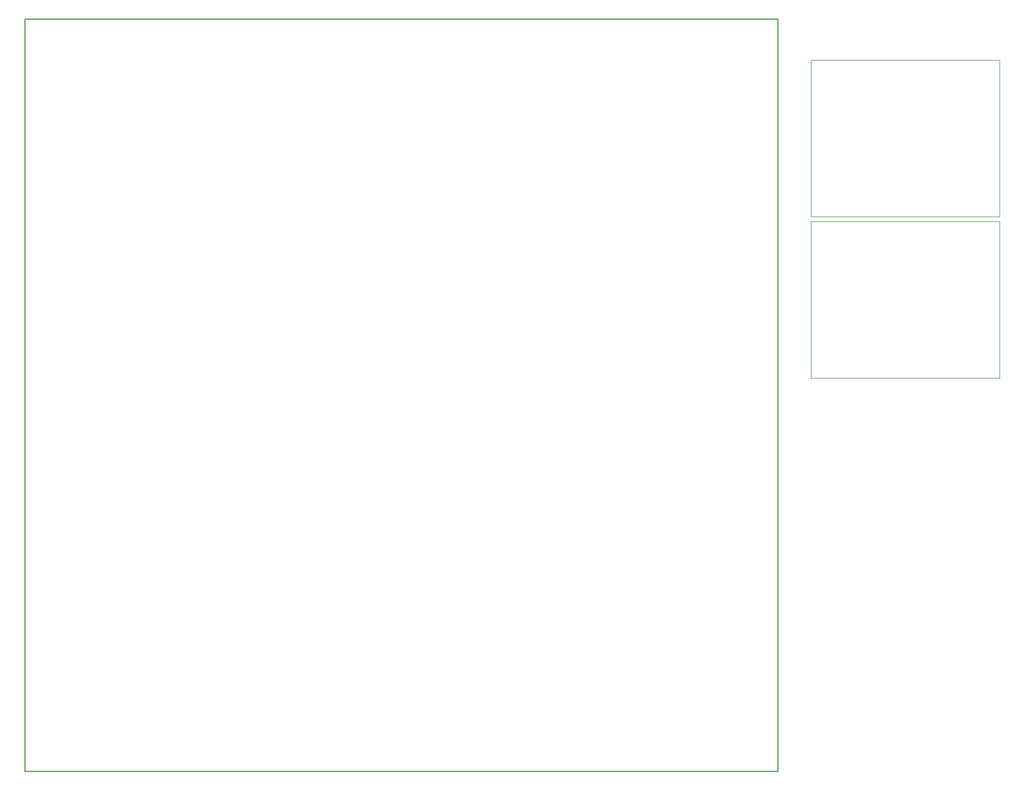
<source format=gbr>
%TF.GenerationSoftware,KiCad,Pcbnew,8.0.7-8.0.7-0~ubuntu22.04.1*%
%TF.CreationDate,2024-12-30T17:04:23+01:00*%
%TF.ProjectId,electronics,656c6563-7472-46f6-9e69-63732e6b6963,rev?*%
%TF.SameCoordinates,Original*%
%TF.FileFunction,Profile,NP*%
%FSLAX46Y46*%
G04 Gerber Fmt 4.6, Leading zero omitted, Abs format (unit mm)*
G04 Created by KiCad (PCBNEW 8.0.7-8.0.7-0~ubuntu22.04.1) date 2024-12-30 17:04:23*
%MOMM*%
%LPD*%
G01*
G04 APERTURE LIST*
%TA.AperFunction,Profile*%
%ADD10C,0.200000*%
%TD*%
%TA.AperFunction,Profile*%
%ADD11C,0.050000*%
%TD*%
G04 APERTURE END LIST*
D10*
X20000000Y-20000000D02*
X140000000Y-20000000D01*
X140000000Y-140000000D01*
X20000000Y-140000000D01*
X20000000Y-20000000D01*
D11*
X145250000Y-52250000D02*
X175250000Y-52250000D01*
X175250000Y-77250000D01*
X145250000Y-77250000D01*
X145250000Y-52250000D01*
X145250000Y-26500000D02*
X175250000Y-26500000D01*
X175250000Y-51500000D01*
X145250000Y-51500000D01*
X145250000Y-26500000D01*
M02*

</source>
